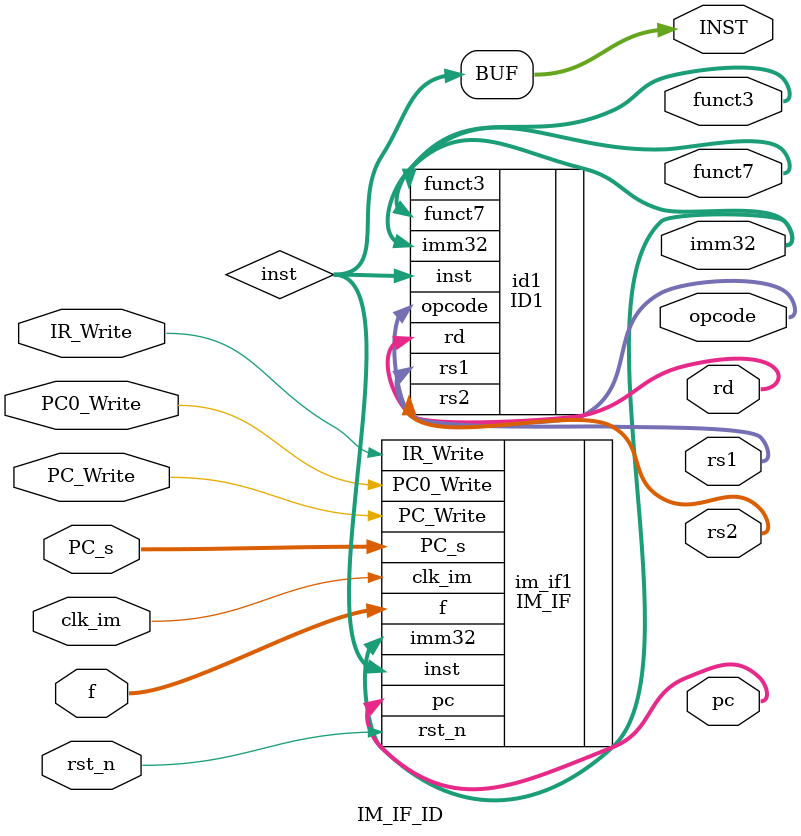
<source format=v>
`timescale 1ns / 1ps


module IM_IF_ID(
        input rst_n,
        input clk_im,
        input PC_Write,
        input PC0_Write,
        input IR_Write,
        input [1:0] PC_s,
        input [31:0] f,
        output [4:0]rs1,
        output [4:0]rs2,
        output [4:0]rd,
        output [31:0] pc,
        output [31:0] INST,
        output [31:0] imm32,
        output [6:0] opcode,
        output [2:0] funct3,
        output [6:0] funct7
      );
      wire [31:0] inst;
      assign INST = inst;
      IM_IF im_if1(
         .rst_n(rst_n),
         .clk_im(clk_im),
         .PC_Write(PC_Write),//pcÐ´ÐÅºÅ
         .PC0_Write(PC0_Write),
         .IR_Write(IR_Write),//irÐ´ÐÅºÅ
         .PC_s(PC_s),
         .imm32(imm32),
         .f(f),
         .pc(pc),
         .inst(inst)
         );
      ID1 id1(
         .inst(inst),
        .rs1(rs1),
        .rs2(rs2),
        .rd(rd),
        .imm32(imm32),
        .opcode(opcode),
        .funct3(funct3),
        .funct7(funct7)
        );  
        
       
endmodule
</source>
